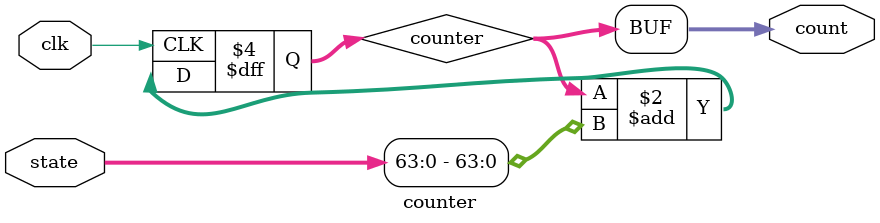
<source format=v>
module counter(input wire clk, input wire[127:0] state, output wire[63:0] count);
  reg [63:0] counter = 128'd9;
  assign count = counter;

  always @(posedge clk) begin
    counter <= #1 counter + state[63:0];
  end
endmodule

</source>
